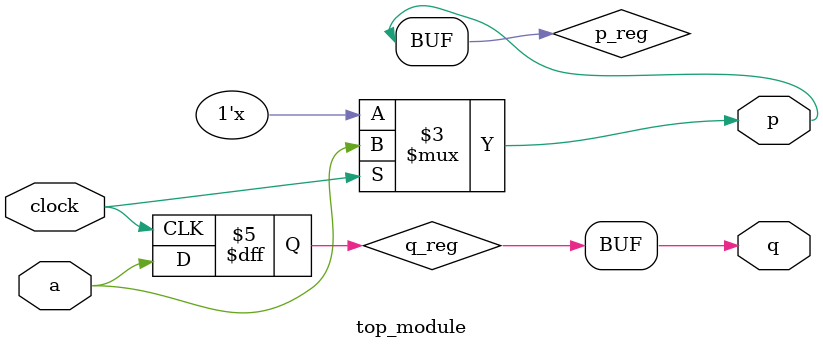
<source format=sv>
module top_module (
	input clock,
	input a,
	output reg p,
	output reg q
);

	reg p_reg, q_reg;

	always @(negedge clock)
		q_reg <= a;

	always @(a)
		if (clock)
			p_reg <= a;

	assign p = p_reg;
	assign q = q_reg;

endmodule

</source>
